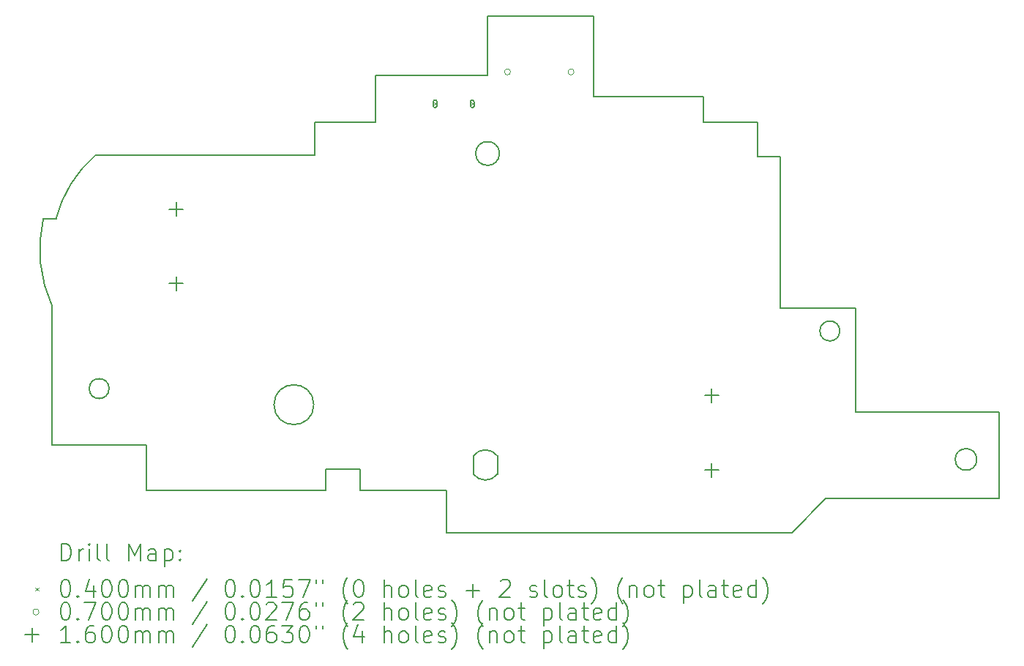
<source format=gbr>
%TF.GenerationSoftware,KiCad,Pcbnew,7.0.6*%
%TF.CreationDate,2023-09-07T00:04:11-07:00*%
%TF.ProjectId,procon_gcc_main_pcb,70726f63-6f6e-45f6-9763-635f6d61696e,1*%
%TF.SameCoordinates,Original*%
%TF.FileFunction,Drillmap*%
%TF.FilePolarity,Positive*%
%FSLAX45Y45*%
G04 Gerber Fmt 4.5, Leading zero omitted, Abs format (unit mm)*
G04 Created by KiCad (PCBNEW 7.0.6) date 2023-09-07 00:04:11*
%MOMM*%
%LPD*%
G01*
G04 APERTURE LIST*
%ADD10C,0.200000*%
%ADD11C,0.040000*%
%ADD12C,0.070000*%
%ADD13C,0.160000*%
G04 APERTURE END LIST*
D10*
X16360622Y-10811436D02*
X16630622Y-10811436D01*
X17155623Y-14761436D02*
X16765622Y-15161436D01*
X12765623Y-15161436D02*
X12765623Y-14671436D01*
X13378123Y-10771436D02*
G75*
G03*
X13378123Y-10771436I-137500J0D01*
G01*
X19155623Y-13761436D02*
X19155623Y-14761436D01*
X13355623Y-14270000D02*
G75*
G03*
X13075623Y-14270000I-140000J-105000D01*
G01*
X16630622Y-12561436D02*
X17500623Y-12561436D01*
X16360622Y-10411436D02*
X16360622Y-10811436D01*
X13240623Y-9871436D02*
X13240623Y-9186436D01*
X11765623Y-14421436D02*
X11365623Y-14421436D01*
X9295623Y-14141436D02*
X8205623Y-14141436D01*
X17500623Y-12561436D02*
X17500623Y-13761436D01*
X12765623Y-14671436D02*
X11765623Y-14671436D01*
X8705623Y-10791436D02*
X11240623Y-10791436D01*
X18900000Y-14311000D02*
G75*
G03*
X18900000Y-14311000I-125000J0D01*
G01*
X14470622Y-9186436D02*
X14470622Y-10111436D01*
X9295623Y-14671436D02*
X9295623Y-14141436D01*
X11940623Y-9871436D02*
X13240623Y-9871436D01*
X15740622Y-10111436D02*
X15740622Y-10411436D01*
X11365623Y-14671436D02*
X9295623Y-14671436D01*
X16765622Y-15161436D02*
X12765623Y-15161436D01*
X8101675Y-11525814D02*
X8249271Y-11525814D01*
X8205623Y-14141436D02*
X8205623Y-12541436D01*
X15740622Y-10411436D02*
X16360622Y-10411436D01*
X8862500Y-13491436D02*
G75*
G03*
X8862500Y-13491436I-115000J0D01*
G01*
X11240623Y-10411436D02*
X11940623Y-10411436D01*
X11765623Y-14671436D02*
X11765623Y-14421436D01*
X11230000Y-13677500D02*
G75*
G03*
X11230000Y-13677500I-230000J0D01*
G01*
X11240623Y-10791436D02*
X11240623Y-10411436D01*
X13240623Y-9186436D02*
X14470622Y-9186436D01*
X11365623Y-14421436D02*
X11365623Y-14671436D01*
X17500623Y-13761436D02*
X19155623Y-13761436D01*
X19155623Y-14761436D02*
X17155623Y-14761436D01*
X11940623Y-10411436D02*
X11940623Y-9871436D01*
X8101678Y-11525815D02*
G75*
G03*
X8205623Y-12541436I1538942J-355625D01*
G01*
X8705623Y-10791436D02*
G75*
G03*
X8249271Y-11525814I935000J-1089999D01*
G01*
X17315000Y-12825000D02*
G75*
G03*
X17315000Y-12825000I-115000J0D01*
G01*
X16630622Y-10811436D02*
X16630622Y-12561436D01*
X13075623Y-14480000D02*
G75*
G03*
X13355623Y-14480000I140000J105000D01*
G01*
X14470622Y-10111436D02*
X15740622Y-10111436D01*
X13075623Y-14480000D02*
X13075623Y-14270000D01*
X13355623Y-14270000D02*
X13355623Y-14480000D01*
D11*
X12613352Y-10176500D02*
X12653352Y-10216500D01*
X12653352Y-10176500D02*
X12613352Y-10216500D01*
D10*
X12653352Y-10221500D02*
X12653352Y-10171500D01*
X12653352Y-10171500D02*
G75*
G03*
X12613352Y-10171500I-20000J0D01*
G01*
X12613352Y-10171500D02*
X12613352Y-10221500D01*
X12613352Y-10221500D02*
G75*
G03*
X12653352Y-10221500I20000J0D01*
G01*
D11*
X13043352Y-10176500D02*
X13083352Y-10216500D01*
X13083352Y-10176500D02*
X13043352Y-10216500D01*
D10*
X13083352Y-10221500D02*
X13083352Y-10171500D01*
X13083352Y-10171500D02*
G75*
G03*
X13043352Y-10171500I-20000J0D01*
G01*
X13043352Y-10171500D02*
X13043352Y-10221500D01*
X13043352Y-10221500D02*
G75*
G03*
X13083352Y-10221500I20000J0D01*
G01*
D12*
X13506000Y-9827500D02*
G75*
G03*
X13506000Y-9827500I-35000J0D01*
G01*
X14241000Y-9827500D02*
G75*
G03*
X14241000Y-9827500I-35000J0D01*
G01*
D13*
X9637700Y-11333260D02*
X9637700Y-11493260D01*
X9557700Y-11413260D02*
X9717700Y-11413260D01*
X9637700Y-12193260D02*
X9637700Y-12353260D01*
X9557700Y-12273260D02*
X9717700Y-12273260D01*
X15832020Y-13492200D02*
X15832020Y-13652200D01*
X15752020Y-13572200D02*
X15912020Y-13572200D01*
X15832020Y-14352200D02*
X15832020Y-14512200D01*
X15752020Y-14432200D02*
X15912020Y-14432200D01*
D10*
X8311899Y-15482919D02*
X8311899Y-15282919D01*
X8311899Y-15282919D02*
X8359518Y-15282919D01*
X8359518Y-15282919D02*
X8388090Y-15292443D01*
X8388090Y-15292443D02*
X8407138Y-15311491D01*
X8407138Y-15311491D02*
X8416661Y-15330538D01*
X8416661Y-15330538D02*
X8426185Y-15368634D01*
X8426185Y-15368634D02*
X8426185Y-15397205D01*
X8426185Y-15397205D02*
X8416661Y-15435300D01*
X8416661Y-15435300D02*
X8407138Y-15454348D01*
X8407138Y-15454348D02*
X8388090Y-15473396D01*
X8388090Y-15473396D02*
X8359518Y-15482919D01*
X8359518Y-15482919D02*
X8311899Y-15482919D01*
X8511899Y-15482919D02*
X8511899Y-15349586D01*
X8511899Y-15387681D02*
X8521423Y-15368634D01*
X8521423Y-15368634D02*
X8530947Y-15359110D01*
X8530947Y-15359110D02*
X8549995Y-15349586D01*
X8549995Y-15349586D02*
X8569042Y-15349586D01*
X8635709Y-15482919D02*
X8635709Y-15349586D01*
X8635709Y-15282919D02*
X8626185Y-15292443D01*
X8626185Y-15292443D02*
X8635709Y-15301967D01*
X8635709Y-15301967D02*
X8645233Y-15292443D01*
X8645233Y-15292443D02*
X8635709Y-15282919D01*
X8635709Y-15282919D02*
X8635709Y-15301967D01*
X8759518Y-15482919D02*
X8740471Y-15473396D01*
X8740471Y-15473396D02*
X8730947Y-15454348D01*
X8730947Y-15454348D02*
X8730947Y-15282919D01*
X8864280Y-15482919D02*
X8845233Y-15473396D01*
X8845233Y-15473396D02*
X8835709Y-15454348D01*
X8835709Y-15454348D02*
X8835709Y-15282919D01*
X9092852Y-15482919D02*
X9092852Y-15282919D01*
X9092852Y-15282919D02*
X9159519Y-15425777D01*
X9159519Y-15425777D02*
X9226185Y-15282919D01*
X9226185Y-15282919D02*
X9226185Y-15482919D01*
X9407138Y-15482919D02*
X9407138Y-15378158D01*
X9407138Y-15378158D02*
X9397614Y-15359110D01*
X9397614Y-15359110D02*
X9378566Y-15349586D01*
X9378566Y-15349586D02*
X9340471Y-15349586D01*
X9340471Y-15349586D02*
X9321423Y-15359110D01*
X9407138Y-15473396D02*
X9388090Y-15482919D01*
X9388090Y-15482919D02*
X9340471Y-15482919D01*
X9340471Y-15482919D02*
X9321423Y-15473396D01*
X9321423Y-15473396D02*
X9311899Y-15454348D01*
X9311899Y-15454348D02*
X9311899Y-15435300D01*
X9311899Y-15435300D02*
X9321423Y-15416253D01*
X9321423Y-15416253D02*
X9340471Y-15406729D01*
X9340471Y-15406729D02*
X9388090Y-15406729D01*
X9388090Y-15406729D02*
X9407138Y-15397205D01*
X9502376Y-15349586D02*
X9502376Y-15549586D01*
X9502376Y-15359110D02*
X9521423Y-15349586D01*
X9521423Y-15349586D02*
X9559519Y-15349586D01*
X9559519Y-15349586D02*
X9578566Y-15359110D01*
X9578566Y-15359110D02*
X9588090Y-15368634D01*
X9588090Y-15368634D02*
X9597614Y-15387681D01*
X9597614Y-15387681D02*
X9597614Y-15444824D01*
X9597614Y-15444824D02*
X9588090Y-15463872D01*
X9588090Y-15463872D02*
X9578566Y-15473396D01*
X9578566Y-15473396D02*
X9559519Y-15482919D01*
X9559519Y-15482919D02*
X9521423Y-15482919D01*
X9521423Y-15482919D02*
X9502376Y-15473396D01*
X9683328Y-15463872D02*
X9692852Y-15473396D01*
X9692852Y-15473396D02*
X9683328Y-15482919D01*
X9683328Y-15482919D02*
X9673804Y-15473396D01*
X9673804Y-15473396D02*
X9683328Y-15463872D01*
X9683328Y-15463872D02*
X9683328Y-15482919D01*
X9683328Y-15359110D02*
X9692852Y-15368634D01*
X9692852Y-15368634D02*
X9683328Y-15378158D01*
X9683328Y-15378158D02*
X9673804Y-15368634D01*
X9673804Y-15368634D02*
X9683328Y-15359110D01*
X9683328Y-15359110D02*
X9683328Y-15378158D01*
D11*
X8011123Y-15791436D02*
X8051123Y-15831436D01*
X8051123Y-15791436D02*
X8011123Y-15831436D01*
D10*
X8349995Y-15702919D02*
X8369042Y-15702919D01*
X8369042Y-15702919D02*
X8388090Y-15712443D01*
X8388090Y-15712443D02*
X8397614Y-15721967D01*
X8397614Y-15721967D02*
X8407138Y-15741015D01*
X8407138Y-15741015D02*
X8416661Y-15779110D01*
X8416661Y-15779110D02*
X8416661Y-15826729D01*
X8416661Y-15826729D02*
X8407138Y-15864824D01*
X8407138Y-15864824D02*
X8397614Y-15883872D01*
X8397614Y-15883872D02*
X8388090Y-15893396D01*
X8388090Y-15893396D02*
X8369042Y-15902919D01*
X8369042Y-15902919D02*
X8349995Y-15902919D01*
X8349995Y-15902919D02*
X8330947Y-15893396D01*
X8330947Y-15893396D02*
X8321423Y-15883872D01*
X8321423Y-15883872D02*
X8311899Y-15864824D01*
X8311899Y-15864824D02*
X8302376Y-15826729D01*
X8302376Y-15826729D02*
X8302376Y-15779110D01*
X8302376Y-15779110D02*
X8311899Y-15741015D01*
X8311899Y-15741015D02*
X8321423Y-15721967D01*
X8321423Y-15721967D02*
X8330947Y-15712443D01*
X8330947Y-15712443D02*
X8349995Y-15702919D01*
X8502376Y-15883872D02*
X8511899Y-15893396D01*
X8511899Y-15893396D02*
X8502376Y-15902919D01*
X8502376Y-15902919D02*
X8492852Y-15893396D01*
X8492852Y-15893396D02*
X8502376Y-15883872D01*
X8502376Y-15883872D02*
X8502376Y-15902919D01*
X8683328Y-15769586D02*
X8683328Y-15902919D01*
X8635709Y-15693396D02*
X8588090Y-15836253D01*
X8588090Y-15836253D02*
X8711899Y-15836253D01*
X8826185Y-15702919D02*
X8845233Y-15702919D01*
X8845233Y-15702919D02*
X8864280Y-15712443D01*
X8864280Y-15712443D02*
X8873804Y-15721967D01*
X8873804Y-15721967D02*
X8883328Y-15741015D01*
X8883328Y-15741015D02*
X8892852Y-15779110D01*
X8892852Y-15779110D02*
X8892852Y-15826729D01*
X8892852Y-15826729D02*
X8883328Y-15864824D01*
X8883328Y-15864824D02*
X8873804Y-15883872D01*
X8873804Y-15883872D02*
X8864280Y-15893396D01*
X8864280Y-15893396D02*
X8845233Y-15902919D01*
X8845233Y-15902919D02*
X8826185Y-15902919D01*
X8826185Y-15902919D02*
X8807138Y-15893396D01*
X8807138Y-15893396D02*
X8797614Y-15883872D01*
X8797614Y-15883872D02*
X8788090Y-15864824D01*
X8788090Y-15864824D02*
X8778566Y-15826729D01*
X8778566Y-15826729D02*
X8778566Y-15779110D01*
X8778566Y-15779110D02*
X8788090Y-15741015D01*
X8788090Y-15741015D02*
X8797614Y-15721967D01*
X8797614Y-15721967D02*
X8807138Y-15712443D01*
X8807138Y-15712443D02*
X8826185Y-15702919D01*
X9016661Y-15702919D02*
X9035709Y-15702919D01*
X9035709Y-15702919D02*
X9054757Y-15712443D01*
X9054757Y-15712443D02*
X9064280Y-15721967D01*
X9064280Y-15721967D02*
X9073804Y-15741015D01*
X9073804Y-15741015D02*
X9083328Y-15779110D01*
X9083328Y-15779110D02*
X9083328Y-15826729D01*
X9083328Y-15826729D02*
X9073804Y-15864824D01*
X9073804Y-15864824D02*
X9064280Y-15883872D01*
X9064280Y-15883872D02*
X9054757Y-15893396D01*
X9054757Y-15893396D02*
X9035709Y-15902919D01*
X9035709Y-15902919D02*
X9016661Y-15902919D01*
X9016661Y-15902919D02*
X8997614Y-15893396D01*
X8997614Y-15893396D02*
X8988090Y-15883872D01*
X8988090Y-15883872D02*
X8978566Y-15864824D01*
X8978566Y-15864824D02*
X8969042Y-15826729D01*
X8969042Y-15826729D02*
X8969042Y-15779110D01*
X8969042Y-15779110D02*
X8978566Y-15741015D01*
X8978566Y-15741015D02*
X8988090Y-15721967D01*
X8988090Y-15721967D02*
X8997614Y-15712443D01*
X8997614Y-15712443D02*
X9016661Y-15702919D01*
X9169042Y-15902919D02*
X9169042Y-15769586D01*
X9169042Y-15788634D02*
X9178566Y-15779110D01*
X9178566Y-15779110D02*
X9197614Y-15769586D01*
X9197614Y-15769586D02*
X9226185Y-15769586D01*
X9226185Y-15769586D02*
X9245233Y-15779110D01*
X9245233Y-15779110D02*
X9254757Y-15798158D01*
X9254757Y-15798158D02*
X9254757Y-15902919D01*
X9254757Y-15798158D02*
X9264280Y-15779110D01*
X9264280Y-15779110D02*
X9283328Y-15769586D01*
X9283328Y-15769586D02*
X9311899Y-15769586D01*
X9311899Y-15769586D02*
X9330947Y-15779110D01*
X9330947Y-15779110D02*
X9340471Y-15798158D01*
X9340471Y-15798158D02*
X9340471Y-15902919D01*
X9435709Y-15902919D02*
X9435709Y-15769586D01*
X9435709Y-15788634D02*
X9445233Y-15779110D01*
X9445233Y-15779110D02*
X9464280Y-15769586D01*
X9464280Y-15769586D02*
X9492852Y-15769586D01*
X9492852Y-15769586D02*
X9511900Y-15779110D01*
X9511900Y-15779110D02*
X9521423Y-15798158D01*
X9521423Y-15798158D02*
X9521423Y-15902919D01*
X9521423Y-15798158D02*
X9530947Y-15779110D01*
X9530947Y-15779110D02*
X9549995Y-15769586D01*
X9549995Y-15769586D02*
X9578566Y-15769586D01*
X9578566Y-15769586D02*
X9597614Y-15779110D01*
X9597614Y-15779110D02*
X9607138Y-15798158D01*
X9607138Y-15798158D02*
X9607138Y-15902919D01*
X9997614Y-15693396D02*
X9826185Y-15950538D01*
X10254757Y-15702919D02*
X10273804Y-15702919D01*
X10273804Y-15702919D02*
X10292852Y-15712443D01*
X10292852Y-15712443D02*
X10302376Y-15721967D01*
X10302376Y-15721967D02*
X10311900Y-15741015D01*
X10311900Y-15741015D02*
X10321423Y-15779110D01*
X10321423Y-15779110D02*
X10321423Y-15826729D01*
X10321423Y-15826729D02*
X10311900Y-15864824D01*
X10311900Y-15864824D02*
X10302376Y-15883872D01*
X10302376Y-15883872D02*
X10292852Y-15893396D01*
X10292852Y-15893396D02*
X10273804Y-15902919D01*
X10273804Y-15902919D02*
X10254757Y-15902919D01*
X10254757Y-15902919D02*
X10235709Y-15893396D01*
X10235709Y-15893396D02*
X10226185Y-15883872D01*
X10226185Y-15883872D02*
X10216662Y-15864824D01*
X10216662Y-15864824D02*
X10207138Y-15826729D01*
X10207138Y-15826729D02*
X10207138Y-15779110D01*
X10207138Y-15779110D02*
X10216662Y-15741015D01*
X10216662Y-15741015D02*
X10226185Y-15721967D01*
X10226185Y-15721967D02*
X10235709Y-15712443D01*
X10235709Y-15712443D02*
X10254757Y-15702919D01*
X10407138Y-15883872D02*
X10416662Y-15893396D01*
X10416662Y-15893396D02*
X10407138Y-15902919D01*
X10407138Y-15902919D02*
X10397614Y-15893396D01*
X10397614Y-15893396D02*
X10407138Y-15883872D01*
X10407138Y-15883872D02*
X10407138Y-15902919D01*
X10540471Y-15702919D02*
X10559519Y-15702919D01*
X10559519Y-15702919D02*
X10578566Y-15712443D01*
X10578566Y-15712443D02*
X10588090Y-15721967D01*
X10588090Y-15721967D02*
X10597614Y-15741015D01*
X10597614Y-15741015D02*
X10607138Y-15779110D01*
X10607138Y-15779110D02*
X10607138Y-15826729D01*
X10607138Y-15826729D02*
X10597614Y-15864824D01*
X10597614Y-15864824D02*
X10588090Y-15883872D01*
X10588090Y-15883872D02*
X10578566Y-15893396D01*
X10578566Y-15893396D02*
X10559519Y-15902919D01*
X10559519Y-15902919D02*
X10540471Y-15902919D01*
X10540471Y-15902919D02*
X10521423Y-15893396D01*
X10521423Y-15893396D02*
X10511900Y-15883872D01*
X10511900Y-15883872D02*
X10502376Y-15864824D01*
X10502376Y-15864824D02*
X10492852Y-15826729D01*
X10492852Y-15826729D02*
X10492852Y-15779110D01*
X10492852Y-15779110D02*
X10502376Y-15741015D01*
X10502376Y-15741015D02*
X10511900Y-15721967D01*
X10511900Y-15721967D02*
X10521423Y-15712443D01*
X10521423Y-15712443D02*
X10540471Y-15702919D01*
X10797614Y-15902919D02*
X10683328Y-15902919D01*
X10740471Y-15902919D02*
X10740471Y-15702919D01*
X10740471Y-15702919D02*
X10721423Y-15731491D01*
X10721423Y-15731491D02*
X10702376Y-15750538D01*
X10702376Y-15750538D02*
X10683328Y-15760062D01*
X10978566Y-15702919D02*
X10883328Y-15702919D01*
X10883328Y-15702919D02*
X10873804Y-15798158D01*
X10873804Y-15798158D02*
X10883328Y-15788634D01*
X10883328Y-15788634D02*
X10902376Y-15779110D01*
X10902376Y-15779110D02*
X10949995Y-15779110D01*
X10949995Y-15779110D02*
X10969043Y-15788634D01*
X10969043Y-15788634D02*
X10978566Y-15798158D01*
X10978566Y-15798158D02*
X10988090Y-15817205D01*
X10988090Y-15817205D02*
X10988090Y-15864824D01*
X10988090Y-15864824D02*
X10978566Y-15883872D01*
X10978566Y-15883872D02*
X10969043Y-15893396D01*
X10969043Y-15893396D02*
X10949995Y-15902919D01*
X10949995Y-15902919D02*
X10902376Y-15902919D01*
X10902376Y-15902919D02*
X10883328Y-15893396D01*
X10883328Y-15893396D02*
X10873804Y-15883872D01*
X11054757Y-15702919D02*
X11188090Y-15702919D01*
X11188090Y-15702919D02*
X11102376Y-15902919D01*
X11254757Y-15702919D02*
X11254757Y-15741015D01*
X11330947Y-15702919D02*
X11330947Y-15741015D01*
X11626185Y-15979110D02*
X11616662Y-15969586D01*
X11616662Y-15969586D02*
X11597614Y-15941015D01*
X11597614Y-15941015D02*
X11588090Y-15921967D01*
X11588090Y-15921967D02*
X11578566Y-15893396D01*
X11578566Y-15893396D02*
X11569043Y-15845777D01*
X11569043Y-15845777D02*
X11569043Y-15807681D01*
X11569043Y-15807681D02*
X11578566Y-15760062D01*
X11578566Y-15760062D02*
X11588090Y-15731491D01*
X11588090Y-15731491D02*
X11597614Y-15712443D01*
X11597614Y-15712443D02*
X11616662Y-15683872D01*
X11616662Y-15683872D02*
X11626185Y-15674348D01*
X11740471Y-15702919D02*
X11759519Y-15702919D01*
X11759519Y-15702919D02*
X11778566Y-15712443D01*
X11778566Y-15712443D02*
X11788090Y-15721967D01*
X11788090Y-15721967D02*
X11797614Y-15741015D01*
X11797614Y-15741015D02*
X11807138Y-15779110D01*
X11807138Y-15779110D02*
X11807138Y-15826729D01*
X11807138Y-15826729D02*
X11797614Y-15864824D01*
X11797614Y-15864824D02*
X11788090Y-15883872D01*
X11788090Y-15883872D02*
X11778566Y-15893396D01*
X11778566Y-15893396D02*
X11759519Y-15902919D01*
X11759519Y-15902919D02*
X11740471Y-15902919D01*
X11740471Y-15902919D02*
X11721423Y-15893396D01*
X11721423Y-15893396D02*
X11711900Y-15883872D01*
X11711900Y-15883872D02*
X11702376Y-15864824D01*
X11702376Y-15864824D02*
X11692852Y-15826729D01*
X11692852Y-15826729D02*
X11692852Y-15779110D01*
X11692852Y-15779110D02*
X11702376Y-15741015D01*
X11702376Y-15741015D02*
X11711900Y-15721967D01*
X11711900Y-15721967D02*
X11721423Y-15712443D01*
X11721423Y-15712443D02*
X11740471Y-15702919D01*
X12045233Y-15902919D02*
X12045233Y-15702919D01*
X12130947Y-15902919D02*
X12130947Y-15798158D01*
X12130947Y-15798158D02*
X12121424Y-15779110D01*
X12121424Y-15779110D02*
X12102376Y-15769586D01*
X12102376Y-15769586D02*
X12073804Y-15769586D01*
X12073804Y-15769586D02*
X12054757Y-15779110D01*
X12054757Y-15779110D02*
X12045233Y-15788634D01*
X12254757Y-15902919D02*
X12235709Y-15893396D01*
X12235709Y-15893396D02*
X12226185Y-15883872D01*
X12226185Y-15883872D02*
X12216662Y-15864824D01*
X12216662Y-15864824D02*
X12216662Y-15807681D01*
X12216662Y-15807681D02*
X12226185Y-15788634D01*
X12226185Y-15788634D02*
X12235709Y-15779110D01*
X12235709Y-15779110D02*
X12254757Y-15769586D01*
X12254757Y-15769586D02*
X12283328Y-15769586D01*
X12283328Y-15769586D02*
X12302376Y-15779110D01*
X12302376Y-15779110D02*
X12311900Y-15788634D01*
X12311900Y-15788634D02*
X12321424Y-15807681D01*
X12321424Y-15807681D02*
X12321424Y-15864824D01*
X12321424Y-15864824D02*
X12311900Y-15883872D01*
X12311900Y-15883872D02*
X12302376Y-15893396D01*
X12302376Y-15893396D02*
X12283328Y-15902919D01*
X12283328Y-15902919D02*
X12254757Y-15902919D01*
X12435709Y-15902919D02*
X12416662Y-15893396D01*
X12416662Y-15893396D02*
X12407138Y-15874348D01*
X12407138Y-15874348D02*
X12407138Y-15702919D01*
X12588090Y-15893396D02*
X12569043Y-15902919D01*
X12569043Y-15902919D02*
X12530947Y-15902919D01*
X12530947Y-15902919D02*
X12511900Y-15893396D01*
X12511900Y-15893396D02*
X12502376Y-15874348D01*
X12502376Y-15874348D02*
X12502376Y-15798158D01*
X12502376Y-15798158D02*
X12511900Y-15779110D01*
X12511900Y-15779110D02*
X12530947Y-15769586D01*
X12530947Y-15769586D02*
X12569043Y-15769586D01*
X12569043Y-15769586D02*
X12588090Y-15779110D01*
X12588090Y-15779110D02*
X12597614Y-15798158D01*
X12597614Y-15798158D02*
X12597614Y-15817205D01*
X12597614Y-15817205D02*
X12502376Y-15836253D01*
X12673805Y-15893396D02*
X12692852Y-15902919D01*
X12692852Y-15902919D02*
X12730947Y-15902919D01*
X12730947Y-15902919D02*
X12749995Y-15893396D01*
X12749995Y-15893396D02*
X12759519Y-15874348D01*
X12759519Y-15874348D02*
X12759519Y-15864824D01*
X12759519Y-15864824D02*
X12749995Y-15845777D01*
X12749995Y-15845777D02*
X12730947Y-15836253D01*
X12730947Y-15836253D02*
X12702376Y-15836253D01*
X12702376Y-15836253D02*
X12683328Y-15826729D01*
X12683328Y-15826729D02*
X12673805Y-15807681D01*
X12673805Y-15807681D02*
X12673805Y-15798158D01*
X12673805Y-15798158D02*
X12683328Y-15779110D01*
X12683328Y-15779110D02*
X12702376Y-15769586D01*
X12702376Y-15769586D02*
X12730947Y-15769586D01*
X12730947Y-15769586D02*
X12749995Y-15779110D01*
X12997614Y-15826729D02*
X13149995Y-15826729D01*
X13073805Y-15902919D02*
X13073805Y-15750538D01*
X13388090Y-15721967D02*
X13397614Y-15712443D01*
X13397614Y-15712443D02*
X13416662Y-15702919D01*
X13416662Y-15702919D02*
X13464281Y-15702919D01*
X13464281Y-15702919D02*
X13483328Y-15712443D01*
X13483328Y-15712443D02*
X13492852Y-15721967D01*
X13492852Y-15721967D02*
X13502376Y-15741015D01*
X13502376Y-15741015D02*
X13502376Y-15760062D01*
X13502376Y-15760062D02*
X13492852Y-15788634D01*
X13492852Y-15788634D02*
X13378567Y-15902919D01*
X13378567Y-15902919D02*
X13502376Y-15902919D01*
X13730948Y-15893396D02*
X13749995Y-15902919D01*
X13749995Y-15902919D02*
X13788090Y-15902919D01*
X13788090Y-15902919D02*
X13807138Y-15893396D01*
X13807138Y-15893396D02*
X13816662Y-15874348D01*
X13816662Y-15874348D02*
X13816662Y-15864824D01*
X13816662Y-15864824D02*
X13807138Y-15845777D01*
X13807138Y-15845777D02*
X13788090Y-15836253D01*
X13788090Y-15836253D02*
X13759519Y-15836253D01*
X13759519Y-15836253D02*
X13740471Y-15826729D01*
X13740471Y-15826729D02*
X13730948Y-15807681D01*
X13730948Y-15807681D02*
X13730948Y-15798158D01*
X13730948Y-15798158D02*
X13740471Y-15779110D01*
X13740471Y-15779110D02*
X13759519Y-15769586D01*
X13759519Y-15769586D02*
X13788090Y-15769586D01*
X13788090Y-15769586D02*
X13807138Y-15779110D01*
X13930948Y-15902919D02*
X13911900Y-15893396D01*
X13911900Y-15893396D02*
X13902376Y-15874348D01*
X13902376Y-15874348D02*
X13902376Y-15702919D01*
X14035709Y-15902919D02*
X14016662Y-15893396D01*
X14016662Y-15893396D02*
X14007138Y-15883872D01*
X14007138Y-15883872D02*
X13997614Y-15864824D01*
X13997614Y-15864824D02*
X13997614Y-15807681D01*
X13997614Y-15807681D02*
X14007138Y-15788634D01*
X14007138Y-15788634D02*
X14016662Y-15779110D01*
X14016662Y-15779110D02*
X14035709Y-15769586D01*
X14035709Y-15769586D02*
X14064281Y-15769586D01*
X14064281Y-15769586D02*
X14083329Y-15779110D01*
X14083329Y-15779110D02*
X14092852Y-15788634D01*
X14092852Y-15788634D02*
X14102376Y-15807681D01*
X14102376Y-15807681D02*
X14102376Y-15864824D01*
X14102376Y-15864824D02*
X14092852Y-15883872D01*
X14092852Y-15883872D02*
X14083329Y-15893396D01*
X14083329Y-15893396D02*
X14064281Y-15902919D01*
X14064281Y-15902919D02*
X14035709Y-15902919D01*
X14159519Y-15769586D02*
X14235709Y-15769586D01*
X14188090Y-15702919D02*
X14188090Y-15874348D01*
X14188090Y-15874348D02*
X14197614Y-15893396D01*
X14197614Y-15893396D02*
X14216662Y-15902919D01*
X14216662Y-15902919D02*
X14235709Y-15902919D01*
X14292852Y-15893396D02*
X14311900Y-15902919D01*
X14311900Y-15902919D02*
X14349995Y-15902919D01*
X14349995Y-15902919D02*
X14369043Y-15893396D01*
X14369043Y-15893396D02*
X14378567Y-15874348D01*
X14378567Y-15874348D02*
X14378567Y-15864824D01*
X14378567Y-15864824D02*
X14369043Y-15845777D01*
X14369043Y-15845777D02*
X14349995Y-15836253D01*
X14349995Y-15836253D02*
X14321424Y-15836253D01*
X14321424Y-15836253D02*
X14302376Y-15826729D01*
X14302376Y-15826729D02*
X14292852Y-15807681D01*
X14292852Y-15807681D02*
X14292852Y-15798158D01*
X14292852Y-15798158D02*
X14302376Y-15779110D01*
X14302376Y-15779110D02*
X14321424Y-15769586D01*
X14321424Y-15769586D02*
X14349995Y-15769586D01*
X14349995Y-15769586D02*
X14369043Y-15779110D01*
X14445233Y-15979110D02*
X14454757Y-15969586D01*
X14454757Y-15969586D02*
X14473805Y-15941015D01*
X14473805Y-15941015D02*
X14483329Y-15921967D01*
X14483329Y-15921967D02*
X14492852Y-15893396D01*
X14492852Y-15893396D02*
X14502376Y-15845777D01*
X14502376Y-15845777D02*
X14502376Y-15807681D01*
X14502376Y-15807681D02*
X14492852Y-15760062D01*
X14492852Y-15760062D02*
X14483329Y-15731491D01*
X14483329Y-15731491D02*
X14473805Y-15712443D01*
X14473805Y-15712443D02*
X14454757Y-15683872D01*
X14454757Y-15683872D02*
X14445233Y-15674348D01*
X14807138Y-15979110D02*
X14797614Y-15969586D01*
X14797614Y-15969586D02*
X14778567Y-15941015D01*
X14778567Y-15941015D02*
X14769043Y-15921967D01*
X14769043Y-15921967D02*
X14759519Y-15893396D01*
X14759519Y-15893396D02*
X14749995Y-15845777D01*
X14749995Y-15845777D02*
X14749995Y-15807681D01*
X14749995Y-15807681D02*
X14759519Y-15760062D01*
X14759519Y-15760062D02*
X14769043Y-15731491D01*
X14769043Y-15731491D02*
X14778567Y-15712443D01*
X14778567Y-15712443D02*
X14797614Y-15683872D01*
X14797614Y-15683872D02*
X14807138Y-15674348D01*
X14883329Y-15769586D02*
X14883329Y-15902919D01*
X14883329Y-15788634D02*
X14892852Y-15779110D01*
X14892852Y-15779110D02*
X14911900Y-15769586D01*
X14911900Y-15769586D02*
X14940471Y-15769586D01*
X14940471Y-15769586D02*
X14959519Y-15779110D01*
X14959519Y-15779110D02*
X14969043Y-15798158D01*
X14969043Y-15798158D02*
X14969043Y-15902919D01*
X15092852Y-15902919D02*
X15073805Y-15893396D01*
X15073805Y-15893396D02*
X15064281Y-15883872D01*
X15064281Y-15883872D02*
X15054757Y-15864824D01*
X15054757Y-15864824D02*
X15054757Y-15807681D01*
X15054757Y-15807681D02*
X15064281Y-15788634D01*
X15064281Y-15788634D02*
X15073805Y-15779110D01*
X15073805Y-15779110D02*
X15092852Y-15769586D01*
X15092852Y-15769586D02*
X15121424Y-15769586D01*
X15121424Y-15769586D02*
X15140471Y-15779110D01*
X15140471Y-15779110D02*
X15149995Y-15788634D01*
X15149995Y-15788634D02*
X15159519Y-15807681D01*
X15159519Y-15807681D02*
X15159519Y-15864824D01*
X15159519Y-15864824D02*
X15149995Y-15883872D01*
X15149995Y-15883872D02*
X15140471Y-15893396D01*
X15140471Y-15893396D02*
X15121424Y-15902919D01*
X15121424Y-15902919D02*
X15092852Y-15902919D01*
X15216662Y-15769586D02*
X15292852Y-15769586D01*
X15245233Y-15702919D02*
X15245233Y-15874348D01*
X15245233Y-15874348D02*
X15254757Y-15893396D01*
X15254757Y-15893396D02*
X15273805Y-15902919D01*
X15273805Y-15902919D02*
X15292852Y-15902919D01*
X15511900Y-15769586D02*
X15511900Y-15969586D01*
X15511900Y-15779110D02*
X15530948Y-15769586D01*
X15530948Y-15769586D02*
X15569043Y-15769586D01*
X15569043Y-15769586D02*
X15588091Y-15779110D01*
X15588091Y-15779110D02*
X15597614Y-15788634D01*
X15597614Y-15788634D02*
X15607138Y-15807681D01*
X15607138Y-15807681D02*
X15607138Y-15864824D01*
X15607138Y-15864824D02*
X15597614Y-15883872D01*
X15597614Y-15883872D02*
X15588091Y-15893396D01*
X15588091Y-15893396D02*
X15569043Y-15902919D01*
X15569043Y-15902919D02*
X15530948Y-15902919D01*
X15530948Y-15902919D02*
X15511900Y-15893396D01*
X15721424Y-15902919D02*
X15702376Y-15893396D01*
X15702376Y-15893396D02*
X15692852Y-15874348D01*
X15692852Y-15874348D02*
X15692852Y-15702919D01*
X15883329Y-15902919D02*
X15883329Y-15798158D01*
X15883329Y-15798158D02*
X15873805Y-15779110D01*
X15873805Y-15779110D02*
X15854757Y-15769586D01*
X15854757Y-15769586D02*
X15816662Y-15769586D01*
X15816662Y-15769586D02*
X15797614Y-15779110D01*
X15883329Y-15893396D02*
X15864281Y-15902919D01*
X15864281Y-15902919D02*
X15816662Y-15902919D01*
X15816662Y-15902919D02*
X15797614Y-15893396D01*
X15797614Y-15893396D02*
X15788091Y-15874348D01*
X15788091Y-15874348D02*
X15788091Y-15855300D01*
X15788091Y-15855300D02*
X15797614Y-15836253D01*
X15797614Y-15836253D02*
X15816662Y-15826729D01*
X15816662Y-15826729D02*
X15864281Y-15826729D01*
X15864281Y-15826729D02*
X15883329Y-15817205D01*
X15949995Y-15769586D02*
X16026186Y-15769586D01*
X15978567Y-15702919D02*
X15978567Y-15874348D01*
X15978567Y-15874348D02*
X15988091Y-15893396D01*
X15988091Y-15893396D02*
X16007138Y-15902919D01*
X16007138Y-15902919D02*
X16026186Y-15902919D01*
X16169043Y-15893396D02*
X16149995Y-15902919D01*
X16149995Y-15902919D02*
X16111900Y-15902919D01*
X16111900Y-15902919D02*
X16092852Y-15893396D01*
X16092852Y-15893396D02*
X16083329Y-15874348D01*
X16083329Y-15874348D02*
X16083329Y-15798158D01*
X16083329Y-15798158D02*
X16092852Y-15779110D01*
X16092852Y-15779110D02*
X16111900Y-15769586D01*
X16111900Y-15769586D02*
X16149995Y-15769586D01*
X16149995Y-15769586D02*
X16169043Y-15779110D01*
X16169043Y-15779110D02*
X16178567Y-15798158D01*
X16178567Y-15798158D02*
X16178567Y-15817205D01*
X16178567Y-15817205D02*
X16083329Y-15836253D01*
X16349995Y-15902919D02*
X16349995Y-15702919D01*
X16349995Y-15893396D02*
X16330948Y-15902919D01*
X16330948Y-15902919D02*
X16292852Y-15902919D01*
X16292852Y-15902919D02*
X16273805Y-15893396D01*
X16273805Y-15893396D02*
X16264281Y-15883872D01*
X16264281Y-15883872D02*
X16254757Y-15864824D01*
X16254757Y-15864824D02*
X16254757Y-15807681D01*
X16254757Y-15807681D02*
X16264281Y-15788634D01*
X16264281Y-15788634D02*
X16273805Y-15779110D01*
X16273805Y-15779110D02*
X16292852Y-15769586D01*
X16292852Y-15769586D02*
X16330948Y-15769586D01*
X16330948Y-15769586D02*
X16349995Y-15779110D01*
X16426186Y-15979110D02*
X16435710Y-15969586D01*
X16435710Y-15969586D02*
X16454757Y-15941015D01*
X16454757Y-15941015D02*
X16464281Y-15921967D01*
X16464281Y-15921967D02*
X16473805Y-15893396D01*
X16473805Y-15893396D02*
X16483329Y-15845777D01*
X16483329Y-15845777D02*
X16483329Y-15807681D01*
X16483329Y-15807681D02*
X16473805Y-15760062D01*
X16473805Y-15760062D02*
X16464281Y-15731491D01*
X16464281Y-15731491D02*
X16454757Y-15712443D01*
X16454757Y-15712443D02*
X16435710Y-15683872D01*
X16435710Y-15683872D02*
X16426186Y-15674348D01*
D12*
X8051123Y-16075436D02*
G75*
G03*
X8051123Y-16075436I-35000J0D01*
G01*
D10*
X8349995Y-15966919D02*
X8369042Y-15966919D01*
X8369042Y-15966919D02*
X8388090Y-15976443D01*
X8388090Y-15976443D02*
X8397614Y-15985967D01*
X8397614Y-15985967D02*
X8407138Y-16005015D01*
X8407138Y-16005015D02*
X8416661Y-16043110D01*
X8416661Y-16043110D02*
X8416661Y-16090729D01*
X8416661Y-16090729D02*
X8407138Y-16128824D01*
X8407138Y-16128824D02*
X8397614Y-16147872D01*
X8397614Y-16147872D02*
X8388090Y-16157396D01*
X8388090Y-16157396D02*
X8369042Y-16166919D01*
X8369042Y-16166919D02*
X8349995Y-16166919D01*
X8349995Y-16166919D02*
X8330947Y-16157396D01*
X8330947Y-16157396D02*
X8321423Y-16147872D01*
X8321423Y-16147872D02*
X8311899Y-16128824D01*
X8311899Y-16128824D02*
X8302376Y-16090729D01*
X8302376Y-16090729D02*
X8302376Y-16043110D01*
X8302376Y-16043110D02*
X8311899Y-16005015D01*
X8311899Y-16005015D02*
X8321423Y-15985967D01*
X8321423Y-15985967D02*
X8330947Y-15976443D01*
X8330947Y-15976443D02*
X8349995Y-15966919D01*
X8502376Y-16147872D02*
X8511899Y-16157396D01*
X8511899Y-16157396D02*
X8502376Y-16166919D01*
X8502376Y-16166919D02*
X8492852Y-16157396D01*
X8492852Y-16157396D02*
X8502376Y-16147872D01*
X8502376Y-16147872D02*
X8502376Y-16166919D01*
X8578566Y-15966919D02*
X8711899Y-15966919D01*
X8711899Y-15966919D02*
X8626185Y-16166919D01*
X8826185Y-15966919D02*
X8845233Y-15966919D01*
X8845233Y-15966919D02*
X8864280Y-15976443D01*
X8864280Y-15976443D02*
X8873804Y-15985967D01*
X8873804Y-15985967D02*
X8883328Y-16005015D01*
X8883328Y-16005015D02*
X8892852Y-16043110D01*
X8892852Y-16043110D02*
X8892852Y-16090729D01*
X8892852Y-16090729D02*
X8883328Y-16128824D01*
X8883328Y-16128824D02*
X8873804Y-16147872D01*
X8873804Y-16147872D02*
X8864280Y-16157396D01*
X8864280Y-16157396D02*
X8845233Y-16166919D01*
X8845233Y-16166919D02*
X8826185Y-16166919D01*
X8826185Y-16166919D02*
X8807138Y-16157396D01*
X8807138Y-16157396D02*
X8797614Y-16147872D01*
X8797614Y-16147872D02*
X8788090Y-16128824D01*
X8788090Y-16128824D02*
X8778566Y-16090729D01*
X8778566Y-16090729D02*
X8778566Y-16043110D01*
X8778566Y-16043110D02*
X8788090Y-16005015D01*
X8788090Y-16005015D02*
X8797614Y-15985967D01*
X8797614Y-15985967D02*
X8807138Y-15976443D01*
X8807138Y-15976443D02*
X8826185Y-15966919D01*
X9016661Y-15966919D02*
X9035709Y-15966919D01*
X9035709Y-15966919D02*
X9054757Y-15976443D01*
X9054757Y-15976443D02*
X9064280Y-15985967D01*
X9064280Y-15985967D02*
X9073804Y-16005015D01*
X9073804Y-16005015D02*
X9083328Y-16043110D01*
X9083328Y-16043110D02*
X9083328Y-16090729D01*
X9083328Y-16090729D02*
X9073804Y-16128824D01*
X9073804Y-16128824D02*
X9064280Y-16147872D01*
X9064280Y-16147872D02*
X9054757Y-16157396D01*
X9054757Y-16157396D02*
X9035709Y-16166919D01*
X9035709Y-16166919D02*
X9016661Y-16166919D01*
X9016661Y-16166919D02*
X8997614Y-16157396D01*
X8997614Y-16157396D02*
X8988090Y-16147872D01*
X8988090Y-16147872D02*
X8978566Y-16128824D01*
X8978566Y-16128824D02*
X8969042Y-16090729D01*
X8969042Y-16090729D02*
X8969042Y-16043110D01*
X8969042Y-16043110D02*
X8978566Y-16005015D01*
X8978566Y-16005015D02*
X8988090Y-15985967D01*
X8988090Y-15985967D02*
X8997614Y-15976443D01*
X8997614Y-15976443D02*
X9016661Y-15966919D01*
X9169042Y-16166919D02*
X9169042Y-16033586D01*
X9169042Y-16052634D02*
X9178566Y-16043110D01*
X9178566Y-16043110D02*
X9197614Y-16033586D01*
X9197614Y-16033586D02*
X9226185Y-16033586D01*
X9226185Y-16033586D02*
X9245233Y-16043110D01*
X9245233Y-16043110D02*
X9254757Y-16062158D01*
X9254757Y-16062158D02*
X9254757Y-16166919D01*
X9254757Y-16062158D02*
X9264280Y-16043110D01*
X9264280Y-16043110D02*
X9283328Y-16033586D01*
X9283328Y-16033586D02*
X9311899Y-16033586D01*
X9311899Y-16033586D02*
X9330947Y-16043110D01*
X9330947Y-16043110D02*
X9340471Y-16062158D01*
X9340471Y-16062158D02*
X9340471Y-16166919D01*
X9435709Y-16166919D02*
X9435709Y-16033586D01*
X9435709Y-16052634D02*
X9445233Y-16043110D01*
X9445233Y-16043110D02*
X9464280Y-16033586D01*
X9464280Y-16033586D02*
X9492852Y-16033586D01*
X9492852Y-16033586D02*
X9511900Y-16043110D01*
X9511900Y-16043110D02*
X9521423Y-16062158D01*
X9521423Y-16062158D02*
X9521423Y-16166919D01*
X9521423Y-16062158D02*
X9530947Y-16043110D01*
X9530947Y-16043110D02*
X9549995Y-16033586D01*
X9549995Y-16033586D02*
X9578566Y-16033586D01*
X9578566Y-16033586D02*
X9597614Y-16043110D01*
X9597614Y-16043110D02*
X9607138Y-16062158D01*
X9607138Y-16062158D02*
X9607138Y-16166919D01*
X9997614Y-15957396D02*
X9826185Y-16214538D01*
X10254757Y-15966919D02*
X10273804Y-15966919D01*
X10273804Y-15966919D02*
X10292852Y-15976443D01*
X10292852Y-15976443D02*
X10302376Y-15985967D01*
X10302376Y-15985967D02*
X10311900Y-16005015D01*
X10311900Y-16005015D02*
X10321423Y-16043110D01*
X10321423Y-16043110D02*
X10321423Y-16090729D01*
X10321423Y-16090729D02*
X10311900Y-16128824D01*
X10311900Y-16128824D02*
X10302376Y-16147872D01*
X10302376Y-16147872D02*
X10292852Y-16157396D01*
X10292852Y-16157396D02*
X10273804Y-16166919D01*
X10273804Y-16166919D02*
X10254757Y-16166919D01*
X10254757Y-16166919D02*
X10235709Y-16157396D01*
X10235709Y-16157396D02*
X10226185Y-16147872D01*
X10226185Y-16147872D02*
X10216662Y-16128824D01*
X10216662Y-16128824D02*
X10207138Y-16090729D01*
X10207138Y-16090729D02*
X10207138Y-16043110D01*
X10207138Y-16043110D02*
X10216662Y-16005015D01*
X10216662Y-16005015D02*
X10226185Y-15985967D01*
X10226185Y-15985967D02*
X10235709Y-15976443D01*
X10235709Y-15976443D02*
X10254757Y-15966919D01*
X10407138Y-16147872D02*
X10416662Y-16157396D01*
X10416662Y-16157396D02*
X10407138Y-16166919D01*
X10407138Y-16166919D02*
X10397614Y-16157396D01*
X10397614Y-16157396D02*
X10407138Y-16147872D01*
X10407138Y-16147872D02*
X10407138Y-16166919D01*
X10540471Y-15966919D02*
X10559519Y-15966919D01*
X10559519Y-15966919D02*
X10578566Y-15976443D01*
X10578566Y-15976443D02*
X10588090Y-15985967D01*
X10588090Y-15985967D02*
X10597614Y-16005015D01*
X10597614Y-16005015D02*
X10607138Y-16043110D01*
X10607138Y-16043110D02*
X10607138Y-16090729D01*
X10607138Y-16090729D02*
X10597614Y-16128824D01*
X10597614Y-16128824D02*
X10588090Y-16147872D01*
X10588090Y-16147872D02*
X10578566Y-16157396D01*
X10578566Y-16157396D02*
X10559519Y-16166919D01*
X10559519Y-16166919D02*
X10540471Y-16166919D01*
X10540471Y-16166919D02*
X10521423Y-16157396D01*
X10521423Y-16157396D02*
X10511900Y-16147872D01*
X10511900Y-16147872D02*
X10502376Y-16128824D01*
X10502376Y-16128824D02*
X10492852Y-16090729D01*
X10492852Y-16090729D02*
X10492852Y-16043110D01*
X10492852Y-16043110D02*
X10502376Y-16005015D01*
X10502376Y-16005015D02*
X10511900Y-15985967D01*
X10511900Y-15985967D02*
X10521423Y-15976443D01*
X10521423Y-15976443D02*
X10540471Y-15966919D01*
X10683328Y-15985967D02*
X10692852Y-15976443D01*
X10692852Y-15976443D02*
X10711900Y-15966919D01*
X10711900Y-15966919D02*
X10759519Y-15966919D01*
X10759519Y-15966919D02*
X10778566Y-15976443D01*
X10778566Y-15976443D02*
X10788090Y-15985967D01*
X10788090Y-15985967D02*
X10797614Y-16005015D01*
X10797614Y-16005015D02*
X10797614Y-16024062D01*
X10797614Y-16024062D02*
X10788090Y-16052634D01*
X10788090Y-16052634D02*
X10673804Y-16166919D01*
X10673804Y-16166919D02*
X10797614Y-16166919D01*
X10864281Y-15966919D02*
X10997614Y-15966919D01*
X10997614Y-15966919D02*
X10911900Y-16166919D01*
X11159519Y-15966919D02*
X11121423Y-15966919D01*
X11121423Y-15966919D02*
X11102376Y-15976443D01*
X11102376Y-15976443D02*
X11092852Y-15985967D01*
X11092852Y-15985967D02*
X11073804Y-16014538D01*
X11073804Y-16014538D02*
X11064281Y-16052634D01*
X11064281Y-16052634D02*
X11064281Y-16128824D01*
X11064281Y-16128824D02*
X11073804Y-16147872D01*
X11073804Y-16147872D02*
X11083328Y-16157396D01*
X11083328Y-16157396D02*
X11102376Y-16166919D01*
X11102376Y-16166919D02*
X11140471Y-16166919D01*
X11140471Y-16166919D02*
X11159519Y-16157396D01*
X11159519Y-16157396D02*
X11169043Y-16147872D01*
X11169043Y-16147872D02*
X11178566Y-16128824D01*
X11178566Y-16128824D02*
X11178566Y-16081205D01*
X11178566Y-16081205D02*
X11169043Y-16062158D01*
X11169043Y-16062158D02*
X11159519Y-16052634D01*
X11159519Y-16052634D02*
X11140471Y-16043110D01*
X11140471Y-16043110D02*
X11102376Y-16043110D01*
X11102376Y-16043110D02*
X11083328Y-16052634D01*
X11083328Y-16052634D02*
X11073804Y-16062158D01*
X11073804Y-16062158D02*
X11064281Y-16081205D01*
X11254757Y-15966919D02*
X11254757Y-16005015D01*
X11330947Y-15966919D02*
X11330947Y-16005015D01*
X11626185Y-16243110D02*
X11616662Y-16233586D01*
X11616662Y-16233586D02*
X11597614Y-16205015D01*
X11597614Y-16205015D02*
X11588090Y-16185967D01*
X11588090Y-16185967D02*
X11578566Y-16157396D01*
X11578566Y-16157396D02*
X11569043Y-16109777D01*
X11569043Y-16109777D02*
X11569043Y-16071681D01*
X11569043Y-16071681D02*
X11578566Y-16024062D01*
X11578566Y-16024062D02*
X11588090Y-15995491D01*
X11588090Y-15995491D02*
X11597614Y-15976443D01*
X11597614Y-15976443D02*
X11616662Y-15947872D01*
X11616662Y-15947872D02*
X11626185Y-15938348D01*
X11692852Y-15985967D02*
X11702376Y-15976443D01*
X11702376Y-15976443D02*
X11721423Y-15966919D01*
X11721423Y-15966919D02*
X11769043Y-15966919D01*
X11769043Y-15966919D02*
X11788090Y-15976443D01*
X11788090Y-15976443D02*
X11797614Y-15985967D01*
X11797614Y-15985967D02*
X11807138Y-16005015D01*
X11807138Y-16005015D02*
X11807138Y-16024062D01*
X11807138Y-16024062D02*
X11797614Y-16052634D01*
X11797614Y-16052634D02*
X11683328Y-16166919D01*
X11683328Y-16166919D02*
X11807138Y-16166919D01*
X12045233Y-16166919D02*
X12045233Y-15966919D01*
X12130947Y-16166919D02*
X12130947Y-16062158D01*
X12130947Y-16062158D02*
X12121424Y-16043110D01*
X12121424Y-16043110D02*
X12102376Y-16033586D01*
X12102376Y-16033586D02*
X12073804Y-16033586D01*
X12073804Y-16033586D02*
X12054757Y-16043110D01*
X12054757Y-16043110D02*
X12045233Y-16052634D01*
X12254757Y-16166919D02*
X12235709Y-16157396D01*
X12235709Y-16157396D02*
X12226185Y-16147872D01*
X12226185Y-16147872D02*
X12216662Y-16128824D01*
X12216662Y-16128824D02*
X12216662Y-16071681D01*
X12216662Y-16071681D02*
X12226185Y-16052634D01*
X12226185Y-16052634D02*
X12235709Y-16043110D01*
X12235709Y-16043110D02*
X12254757Y-16033586D01*
X12254757Y-16033586D02*
X12283328Y-16033586D01*
X12283328Y-16033586D02*
X12302376Y-16043110D01*
X12302376Y-16043110D02*
X12311900Y-16052634D01*
X12311900Y-16052634D02*
X12321424Y-16071681D01*
X12321424Y-16071681D02*
X12321424Y-16128824D01*
X12321424Y-16128824D02*
X12311900Y-16147872D01*
X12311900Y-16147872D02*
X12302376Y-16157396D01*
X12302376Y-16157396D02*
X12283328Y-16166919D01*
X12283328Y-16166919D02*
X12254757Y-16166919D01*
X12435709Y-16166919D02*
X12416662Y-16157396D01*
X12416662Y-16157396D02*
X12407138Y-16138348D01*
X12407138Y-16138348D02*
X12407138Y-15966919D01*
X12588090Y-16157396D02*
X12569043Y-16166919D01*
X12569043Y-16166919D02*
X12530947Y-16166919D01*
X12530947Y-16166919D02*
X12511900Y-16157396D01*
X12511900Y-16157396D02*
X12502376Y-16138348D01*
X12502376Y-16138348D02*
X12502376Y-16062158D01*
X12502376Y-16062158D02*
X12511900Y-16043110D01*
X12511900Y-16043110D02*
X12530947Y-16033586D01*
X12530947Y-16033586D02*
X12569043Y-16033586D01*
X12569043Y-16033586D02*
X12588090Y-16043110D01*
X12588090Y-16043110D02*
X12597614Y-16062158D01*
X12597614Y-16062158D02*
X12597614Y-16081205D01*
X12597614Y-16081205D02*
X12502376Y-16100253D01*
X12673805Y-16157396D02*
X12692852Y-16166919D01*
X12692852Y-16166919D02*
X12730947Y-16166919D01*
X12730947Y-16166919D02*
X12749995Y-16157396D01*
X12749995Y-16157396D02*
X12759519Y-16138348D01*
X12759519Y-16138348D02*
X12759519Y-16128824D01*
X12759519Y-16128824D02*
X12749995Y-16109777D01*
X12749995Y-16109777D02*
X12730947Y-16100253D01*
X12730947Y-16100253D02*
X12702376Y-16100253D01*
X12702376Y-16100253D02*
X12683328Y-16090729D01*
X12683328Y-16090729D02*
X12673805Y-16071681D01*
X12673805Y-16071681D02*
X12673805Y-16062158D01*
X12673805Y-16062158D02*
X12683328Y-16043110D01*
X12683328Y-16043110D02*
X12702376Y-16033586D01*
X12702376Y-16033586D02*
X12730947Y-16033586D01*
X12730947Y-16033586D02*
X12749995Y-16043110D01*
X12826186Y-16243110D02*
X12835709Y-16233586D01*
X12835709Y-16233586D02*
X12854757Y-16205015D01*
X12854757Y-16205015D02*
X12864281Y-16185967D01*
X12864281Y-16185967D02*
X12873805Y-16157396D01*
X12873805Y-16157396D02*
X12883328Y-16109777D01*
X12883328Y-16109777D02*
X12883328Y-16071681D01*
X12883328Y-16071681D02*
X12873805Y-16024062D01*
X12873805Y-16024062D02*
X12864281Y-15995491D01*
X12864281Y-15995491D02*
X12854757Y-15976443D01*
X12854757Y-15976443D02*
X12835709Y-15947872D01*
X12835709Y-15947872D02*
X12826186Y-15938348D01*
X13188090Y-16243110D02*
X13178566Y-16233586D01*
X13178566Y-16233586D02*
X13159519Y-16205015D01*
X13159519Y-16205015D02*
X13149995Y-16185967D01*
X13149995Y-16185967D02*
X13140471Y-16157396D01*
X13140471Y-16157396D02*
X13130947Y-16109777D01*
X13130947Y-16109777D02*
X13130947Y-16071681D01*
X13130947Y-16071681D02*
X13140471Y-16024062D01*
X13140471Y-16024062D02*
X13149995Y-15995491D01*
X13149995Y-15995491D02*
X13159519Y-15976443D01*
X13159519Y-15976443D02*
X13178566Y-15947872D01*
X13178566Y-15947872D02*
X13188090Y-15938348D01*
X13264281Y-16033586D02*
X13264281Y-16166919D01*
X13264281Y-16052634D02*
X13273805Y-16043110D01*
X13273805Y-16043110D02*
X13292852Y-16033586D01*
X13292852Y-16033586D02*
X13321424Y-16033586D01*
X13321424Y-16033586D02*
X13340471Y-16043110D01*
X13340471Y-16043110D02*
X13349995Y-16062158D01*
X13349995Y-16062158D02*
X13349995Y-16166919D01*
X13473805Y-16166919D02*
X13454757Y-16157396D01*
X13454757Y-16157396D02*
X13445233Y-16147872D01*
X13445233Y-16147872D02*
X13435709Y-16128824D01*
X13435709Y-16128824D02*
X13435709Y-16071681D01*
X13435709Y-16071681D02*
X13445233Y-16052634D01*
X13445233Y-16052634D02*
X13454757Y-16043110D01*
X13454757Y-16043110D02*
X13473805Y-16033586D01*
X13473805Y-16033586D02*
X13502376Y-16033586D01*
X13502376Y-16033586D02*
X13521424Y-16043110D01*
X13521424Y-16043110D02*
X13530947Y-16052634D01*
X13530947Y-16052634D02*
X13540471Y-16071681D01*
X13540471Y-16071681D02*
X13540471Y-16128824D01*
X13540471Y-16128824D02*
X13530947Y-16147872D01*
X13530947Y-16147872D02*
X13521424Y-16157396D01*
X13521424Y-16157396D02*
X13502376Y-16166919D01*
X13502376Y-16166919D02*
X13473805Y-16166919D01*
X13597614Y-16033586D02*
X13673805Y-16033586D01*
X13626186Y-15966919D02*
X13626186Y-16138348D01*
X13626186Y-16138348D02*
X13635709Y-16157396D01*
X13635709Y-16157396D02*
X13654757Y-16166919D01*
X13654757Y-16166919D02*
X13673805Y-16166919D01*
X13892852Y-16033586D02*
X13892852Y-16233586D01*
X13892852Y-16043110D02*
X13911900Y-16033586D01*
X13911900Y-16033586D02*
X13949995Y-16033586D01*
X13949995Y-16033586D02*
X13969043Y-16043110D01*
X13969043Y-16043110D02*
X13978567Y-16052634D01*
X13978567Y-16052634D02*
X13988090Y-16071681D01*
X13988090Y-16071681D02*
X13988090Y-16128824D01*
X13988090Y-16128824D02*
X13978567Y-16147872D01*
X13978567Y-16147872D02*
X13969043Y-16157396D01*
X13969043Y-16157396D02*
X13949995Y-16166919D01*
X13949995Y-16166919D02*
X13911900Y-16166919D01*
X13911900Y-16166919D02*
X13892852Y-16157396D01*
X14102376Y-16166919D02*
X14083328Y-16157396D01*
X14083328Y-16157396D02*
X14073805Y-16138348D01*
X14073805Y-16138348D02*
X14073805Y-15966919D01*
X14264281Y-16166919D02*
X14264281Y-16062158D01*
X14264281Y-16062158D02*
X14254757Y-16043110D01*
X14254757Y-16043110D02*
X14235709Y-16033586D01*
X14235709Y-16033586D02*
X14197614Y-16033586D01*
X14197614Y-16033586D02*
X14178567Y-16043110D01*
X14264281Y-16157396D02*
X14245233Y-16166919D01*
X14245233Y-16166919D02*
X14197614Y-16166919D01*
X14197614Y-16166919D02*
X14178567Y-16157396D01*
X14178567Y-16157396D02*
X14169043Y-16138348D01*
X14169043Y-16138348D02*
X14169043Y-16119300D01*
X14169043Y-16119300D02*
X14178567Y-16100253D01*
X14178567Y-16100253D02*
X14197614Y-16090729D01*
X14197614Y-16090729D02*
X14245233Y-16090729D01*
X14245233Y-16090729D02*
X14264281Y-16081205D01*
X14330948Y-16033586D02*
X14407138Y-16033586D01*
X14359519Y-15966919D02*
X14359519Y-16138348D01*
X14359519Y-16138348D02*
X14369043Y-16157396D01*
X14369043Y-16157396D02*
X14388090Y-16166919D01*
X14388090Y-16166919D02*
X14407138Y-16166919D01*
X14549995Y-16157396D02*
X14530948Y-16166919D01*
X14530948Y-16166919D02*
X14492852Y-16166919D01*
X14492852Y-16166919D02*
X14473805Y-16157396D01*
X14473805Y-16157396D02*
X14464281Y-16138348D01*
X14464281Y-16138348D02*
X14464281Y-16062158D01*
X14464281Y-16062158D02*
X14473805Y-16043110D01*
X14473805Y-16043110D02*
X14492852Y-16033586D01*
X14492852Y-16033586D02*
X14530948Y-16033586D01*
X14530948Y-16033586D02*
X14549995Y-16043110D01*
X14549995Y-16043110D02*
X14559519Y-16062158D01*
X14559519Y-16062158D02*
X14559519Y-16081205D01*
X14559519Y-16081205D02*
X14464281Y-16100253D01*
X14730948Y-16166919D02*
X14730948Y-15966919D01*
X14730948Y-16157396D02*
X14711900Y-16166919D01*
X14711900Y-16166919D02*
X14673805Y-16166919D01*
X14673805Y-16166919D02*
X14654757Y-16157396D01*
X14654757Y-16157396D02*
X14645233Y-16147872D01*
X14645233Y-16147872D02*
X14635709Y-16128824D01*
X14635709Y-16128824D02*
X14635709Y-16071681D01*
X14635709Y-16071681D02*
X14645233Y-16052634D01*
X14645233Y-16052634D02*
X14654757Y-16043110D01*
X14654757Y-16043110D02*
X14673805Y-16033586D01*
X14673805Y-16033586D02*
X14711900Y-16033586D01*
X14711900Y-16033586D02*
X14730948Y-16043110D01*
X14807138Y-16243110D02*
X14816662Y-16233586D01*
X14816662Y-16233586D02*
X14835709Y-16205015D01*
X14835709Y-16205015D02*
X14845233Y-16185967D01*
X14845233Y-16185967D02*
X14854757Y-16157396D01*
X14854757Y-16157396D02*
X14864281Y-16109777D01*
X14864281Y-16109777D02*
X14864281Y-16071681D01*
X14864281Y-16071681D02*
X14854757Y-16024062D01*
X14854757Y-16024062D02*
X14845233Y-15995491D01*
X14845233Y-15995491D02*
X14835709Y-15976443D01*
X14835709Y-15976443D02*
X14816662Y-15947872D01*
X14816662Y-15947872D02*
X14807138Y-15938348D01*
D13*
X7971123Y-16259436D02*
X7971123Y-16419436D01*
X7891123Y-16339436D02*
X8051123Y-16339436D01*
D10*
X8416661Y-16430919D02*
X8302376Y-16430919D01*
X8359518Y-16430919D02*
X8359518Y-16230919D01*
X8359518Y-16230919D02*
X8340471Y-16259491D01*
X8340471Y-16259491D02*
X8321423Y-16278538D01*
X8321423Y-16278538D02*
X8302376Y-16288062D01*
X8502376Y-16411872D02*
X8511899Y-16421396D01*
X8511899Y-16421396D02*
X8502376Y-16430919D01*
X8502376Y-16430919D02*
X8492852Y-16421396D01*
X8492852Y-16421396D02*
X8502376Y-16411872D01*
X8502376Y-16411872D02*
X8502376Y-16430919D01*
X8683328Y-16230919D02*
X8645233Y-16230919D01*
X8645233Y-16230919D02*
X8626185Y-16240443D01*
X8626185Y-16240443D02*
X8616661Y-16249967D01*
X8616661Y-16249967D02*
X8597614Y-16278538D01*
X8597614Y-16278538D02*
X8588090Y-16316634D01*
X8588090Y-16316634D02*
X8588090Y-16392824D01*
X8588090Y-16392824D02*
X8597614Y-16411872D01*
X8597614Y-16411872D02*
X8607138Y-16421396D01*
X8607138Y-16421396D02*
X8626185Y-16430919D01*
X8626185Y-16430919D02*
X8664280Y-16430919D01*
X8664280Y-16430919D02*
X8683328Y-16421396D01*
X8683328Y-16421396D02*
X8692852Y-16411872D01*
X8692852Y-16411872D02*
X8702376Y-16392824D01*
X8702376Y-16392824D02*
X8702376Y-16345205D01*
X8702376Y-16345205D02*
X8692852Y-16326158D01*
X8692852Y-16326158D02*
X8683328Y-16316634D01*
X8683328Y-16316634D02*
X8664280Y-16307110D01*
X8664280Y-16307110D02*
X8626185Y-16307110D01*
X8626185Y-16307110D02*
X8607138Y-16316634D01*
X8607138Y-16316634D02*
X8597614Y-16326158D01*
X8597614Y-16326158D02*
X8588090Y-16345205D01*
X8826185Y-16230919D02*
X8845233Y-16230919D01*
X8845233Y-16230919D02*
X8864280Y-16240443D01*
X8864280Y-16240443D02*
X8873804Y-16249967D01*
X8873804Y-16249967D02*
X8883328Y-16269015D01*
X8883328Y-16269015D02*
X8892852Y-16307110D01*
X8892852Y-16307110D02*
X8892852Y-16354729D01*
X8892852Y-16354729D02*
X8883328Y-16392824D01*
X8883328Y-16392824D02*
X8873804Y-16411872D01*
X8873804Y-16411872D02*
X8864280Y-16421396D01*
X8864280Y-16421396D02*
X8845233Y-16430919D01*
X8845233Y-16430919D02*
X8826185Y-16430919D01*
X8826185Y-16430919D02*
X8807138Y-16421396D01*
X8807138Y-16421396D02*
X8797614Y-16411872D01*
X8797614Y-16411872D02*
X8788090Y-16392824D01*
X8788090Y-16392824D02*
X8778566Y-16354729D01*
X8778566Y-16354729D02*
X8778566Y-16307110D01*
X8778566Y-16307110D02*
X8788090Y-16269015D01*
X8788090Y-16269015D02*
X8797614Y-16249967D01*
X8797614Y-16249967D02*
X8807138Y-16240443D01*
X8807138Y-16240443D02*
X8826185Y-16230919D01*
X9016661Y-16230919D02*
X9035709Y-16230919D01*
X9035709Y-16230919D02*
X9054757Y-16240443D01*
X9054757Y-16240443D02*
X9064280Y-16249967D01*
X9064280Y-16249967D02*
X9073804Y-16269015D01*
X9073804Y-16269015D02*
X9083328Y-16307110D01*
X9083328Y-16307110D02*
X9083328Y-16354729D01*
X9083328Y-16354729D02*
X9073804Y-16392824D01*
X9073804Y-16392824D02*
X9064280Y-16411872D01*
X9064280Y-16411872D02*
X9054757Y-16421396D01*
X9054757Y-16421396D02*
X9035709Y-16430919D01*
X9035709Y-16430919D02*
X9016661Y-16430919D01*
X9016661Y-16430919D02*
X8997614Y-16421396D01*
X8997614Y-16421396D02*
X8988090Y-16411872D01*
X8988090Y-16411872D02*
X8978566Y-16392824D01*
X8978566Y-16392824D02*
X8969042Y-16354729D01*
X8969042Y-16354729D02*
X8969042Y-16307110D01*
X8969042Y-16307110D02*
X8978566Y-16269015D01*
X8978566Y-16269015D02*
X8988090Y-16249967D01*
X8988090Y-16249967D02*
X8997614Y-16240443D01*
X8997614Y-16240443D02*
X9016661Y-16230919D01*
X9169042Y-16430919D02*
X9169042Y-16297586D01*
X9169042Y-16316634D02*
X9178566Y-16307110D01*
X9178566Y-16307110D02*
X9197614Y-16297586D01*
X9197614Y-16297586D02*
X9226185Y-16297586D01*
X9226185Y-16297586D02*
X9245233Y-16307110D01*
X9245233Y-16307110D02*
X9254757Y-16326158D01*
X9254757Y-16326158D02*
X9254757Y-16430919D01*
X9254757Y-16326158D02*
X9264280Y-16307110D01*
X9264280Y-16307110D02*
X9283328Y-16297586D01*
X9283328Y-16297586D02*
X9311899Y-16297586D01*
X9311899Y-16297586D02*
X9330947Y-16307110D01*
X9330947Y-16307110D02*
X9340471Y-16326158D01*
X9340471Y-16326158D02*
X9340471Y-16430919D01*
X9435709Y-16430919D02*
X9435709Y-16297586D01*
X9435709Y-16316634D02*
X9445233Y-16307110D01*
X9445233Y-16307110D02*
X9464280Y-16297586D01*
X9464280Y-16297586D02*
X9492852Y-16297586D01*
X9492852Y-16297586D02*
X9511900Y-16307110D01*
X9511900Y-16307110D02*
X9521423Y-16326158D01*
X9521423Y-16326158D02*
X9521423Y-16430919D01*
X9521423Y-16326158D02*
X9530947Y-16307110D01*
X9530947Y-16307110D02*
X9549995Y-16297586D01*
X9549995Y-16297586D02*
X9578566Y-16297586D01*
X9578566Y-16297586D02*
X9597614Y-16307110D01*
X9597614Y-16307110D02*
X9607138Y-16326158D01*
X9607138Y-16326158D02*
X9607138Y-16430919D01*
X9997614Y-16221396D02*
X9826185Y-16478538D01*
X10254757Y-16230919D02*
X10273804Y-16230919D01*
X10273804Y-16230919D02*
X10292852Y-16240443D01*
X10292852Y-16240443D02*
X10302376Y-16249967D01*
X10302376Y-16249967D02*
X10311900Y-16269015D01*
X10311900Y-16269015D02*
X10321423Y-16307110D01*
X10321423Y-16307110D02*
X10321423Y-16354729D01*
X10321423Y-16354729D02*
X10311900Y-16392824D01*
X10311900Y-16392824D02*
X10302376Y-16411872D01*
X10302376Y-16411872D02*
X10292852Y-16421396D01*
X10292852Y-16421396D02*
X10273804Y-16430919D01*
X10273804Y-16430919D02*
X10254757Y-16430919D01*
X10254757Y-16430919D02*
X10235709Y-16421396D01*
X10235709Y-16421396D02*
X10226185Y-16411872D01*
X10226185Y-16411872D02*
X10216662Y-16392824D01*
X10216662Y-16392824D02*
X10207138Y-16354729D01*
X10207138Y-16354729D02*
X10207138Y-16307110D01*
X10207138Y-16307110D02*
X10216662Y-16269015D01*
X10216662Y-16269015D02*
X10226185Y-16249967D01*
X10226185Y-16249967D02*
X10235709Y-16240443D01*
X10235709Y-16240443D02*
X10254757Y-16230919D01*
X10407138Y-16411872D02*
X10416662Y-16421396D01*
X10416662Y-16421396D02*
X10407138Y-16430919D01*
X10407138Y-16430919D02*
X10397614Y-16421396D01*
X10397614Y-16421396D02*
X10407138Y-16411872D01*
X10407138Y-16411872D02*
X10407138Y-16430919D01*
X10540471Y-16230919D02*
X10559519Y-16230919D01*
X10559519Y-16230919D02*
X10578566Y-16240443D01*
X10578566Y-16240443D02*
X10588090Y-16249967D01*
X10588090Y-16249967D02*
X10597614Y-16269015D01*
X10597614Y-16269015D02*
X10607138Y-16307110D01*
X10607138Y-16307110D02*
X10607138Y-16354729D01*
X10607138Y-16354729D02*
X10597614Y-16392824D01*
X10597614Y-16392824D02*
X10588090Y-16411872D01*
X10588090Y-16411872D02*
X10578566Y-16421396D01*
X10578566Y-16421396D02*
X10559519Y-16430919D01*
X10559519Y-16430919D02*
X10540471Y-16430919D01*
X10540471Y-16430919D02*
X10521423Y-16421396D01*
X10521423Y-16421396D02*
X10511900Y-16411872D01*
X10511900Y-16411872D02*
X10502376Y-16392824D01*
X10502376Y-16392824D02*
X10492852Y-16354729D01*
X10492852Y-16354729D02*
X10492852Y-16307110D01*
X10492852Y-16307110D02*
X10502376Y-16269015D01*
X10502376Y-16269015D02*
X10511900Y-16249967D01*
X10511900Y-16249967D02*
X10521423Y-16240443D01*
X10521423Y-16240443D02*
X10540471Y-16230919D01*
X10778566Y-16230919D02*
X10740471Y-16230919D01*
X10740471Y-16230919D02*
X10721423Y-16240443D01*
X10721423Y-16240443D02*
X10711900Y-16249967D01*
X10711900Y-16249967D02*
X10692852Y-16278538D01*
X10692852Y-16278538D02*
X10683328Y-16316634D01*
X10683328Y-16316634D02*
X10683328Y-16392824D01*
X10683328Y-16392824D02*
X10692852Y-16411872D01*
X10692852Y-16411872D02*
X10702376Y-16421396D01*
X10702376Y-16421396D02*
X10721423Y-16430919D01*
X10721423Y-16430919D02*
X10759519Y-16430919D01*
X10759519Y-16430919D02*
X10778566Y-16421396D01*
X10778566Y-16421396D02*
X10788090Y-16411872D01*
X10788090Y-16411872D02*
X10797614Y-16392824D01*
X10797614Y-16392824D02*
X10797614Y-16345205D01*
X10797614Y-16345205D02*
X10788090Y-16326158D01*
X10788090Y-16326158D02*
X10778566Y-16316634D01*
X10778566Y-16316634D02*
X10759519Y-16307110D01*
X10759519Y-16307110D02*
X10721423Y-16307110D01*
X10721423Y-16307110D02*
X10702376Y-16316634D01*
X10702376Y-16316634D02*
X10692852Y-16326158D01*
X10692852Y-16326158D02*
X10683328Y-16345205D01*
X10864281Y-16230919D02*
X10988090Y-16230919D01*
X10988090Y-16230919D02*
X10921423Y-16307110D01*
X10921423Y-16307110D02*
X10949995Y-16307110D01*
X10949995Y-16307110D02*
X10969043Y-16316634D01*
X10969043Y-16316634D02*
X10978566Y-16326158D01*
X10978566Y-16326158D02*
X10988090Y-16345205D01*
X10988090Y-16345205D02*
X10988090Y-16392824D01*
X10988090Y-16392824D02*
X10978566Y-16411872D01*
X10978566Y-16411872D02*
X10969043Y-16421396D01*
X10969043Y-16421396D02*
X10949995Y-16430919D01*
X10949995Y-16430919D02*
X10892852Y-16430919D01*
X10892852Y-16430919D02*
X10873804Y-16421396D01*
X10873804Y-16421396D02*
X10864281Y-16411872D01*
X11111900Y-16230919D02*
X11130947Y-16230919D01*
X11130947Y-16230919D02*
X11149995Y-16240443D01*
X11149995Y-16240443D02*
X11159519Y-16249967D01*
X11159519Y-16249967D02*
X11169043Y-16269015D01*
X11169043Y-16269015D02*
X11178566Y-16307110D01*
X11178566Y-16307110D02*
X11178566Y-16354729D01*
X11178566Y-16354729D02*
X11169043Y-16392824D01*
X11169043Y-16392824D02*
X11159519Y-16411872D01*
X11159519Y-16411872D02*
X11149995Y-16421396D01*
X11149995Y-16421396D02*
X11130947Y-16430919D01*
X11130947Y-16430919D02*
X11111900Y-16430919D01*
X11111900Y-16430919D02*
X11092852Y-16421396D01*
X11092852Y-16421396D02*
X11083328Y-16411872D01*
X11083328Y-16411872D02*
X11073804Y-16392824D01*
X11073804Y-16392824D02*
X11064281Y-16354729D01*
X11064281Y-16354729D02*
X11064281Y-16307110D01*
X11064281Y-16307110D02*
X11073804Y-16269015D01*
X11073804Y-16269015D02*
X11083328Y-16249967D01*
X11083328Y-16249967D02*
X11092852Y-16240443D01*
X11092852Y-16240443D02*
X11111900Y-16230919D01*
X11254757Y-16230919D02*
X11254757Y-16269015D01*
X11330947Y-16230919D02*
X11330947Y-16269015D01*
X11626185Y-16507110D02*
X11616662Y-16497586D01*
X11616662Y-16497586D02*
X11597614Y-16469015D01*
X11597614Y-16469015D02*
X11588090Y-16449967D01*
X11588090Y-16449967D02*
X11578566Y-16421396D01*
X11578566Y-16421396D02*
X11569043Y-16373777D01*
X11569043Y-16373777D02*
X11569043Y-16335681D01*
X11569043Y-16335681D02*
X11578566Y-16288062D01*
X11578566Y-16288062D02*
X11588090Y-16259491D01*
X11588090Y-16259491D02*
X11597614Y-16240443D01*
X11597614Y-16240443D02*
X11616662Y-16211872D01*
X11616662Y-16211872D02*
X11626185Y-16202348D01*
X11788090Y-16297586D02*
X11788090Y-16430919D01*
X11740471Y-16221396D02*
X11692852Y-16364253D01*
X11692852Y-16364253D02*
X11816662Y-16364253D01*
X12045233Y-16430919D02*
X12045233Y-16230919D01*
X12130947Y-16430919D02*
X12130947Y-16326158D01*
X12130947Y-16326158D02*
X12121424Y-16307110D01*
X12121424Y-16307110D02*
X12102376Y-16297586D01*
X12102376Y-16297586D02*
X12073804Y-16297586D01*
X12073804Y-16297586D02*
X12054757Y-16307110D01*
X12054757Y-16307110D02*
X12045233Y-16316634D01*
X12254757Y-16430919D02*
X12235709Y-16421396D01*
X12235709Y-16421396D02*
X12226185Y-16411872D01*
X12226185Y-16411872D02*
X12216662Y-16392824D01*
X12216662Y-16392824D02*
X12216662Y-16335681D01*
X12216662Y-16335681D02*
X12226185Y-16316634D01*
X12226185Y-16316634D02*
X12235709Y-16307110D01*
X12235709Y-16307110D02*
X12254757Y-16297586D01*
X12254757Y-16297586D02*
X12283328Y-16297586D01*
X12283328Y-16297586D02*
X12302376Y-16307110D01*
X12302376Y-16307110D02*
X12311900Y-16316634D01*
X12311900Y-16316634D02*
X12321424Y-16335681D01*
X12321424Y-16335681D02*
X12321424Y-16392824D01*
X12321424Y-16392824D02*
X12311900Y-16411872D01*
X12311900Y-16411872D02*
X12302376Y-16421396D01*
X12302376Y-16421396D02*
X12283328Y-16430919D01*
X12283328Y-16430919D02*
X12254757Y-16430919D01*
X12435709Y-16430919D02*
X12416662Y-16421396D01*
X12416662Y-16421396D02*
X12407138Y-16402348D01*
X12407138Y-16402348D02*
X12407138Y-16230919D01*
X12588090Y-16421396D02*
X12569043Y-16430919D01*
X12569043Y-16430919D02*
X12530947Y-16430919D01*
X12530947Y-16430919D02*
X12511900Y-16421396D01*
X12511900Y-16421396D02*
X12502376Y-16402348D01*
X12502376Y-16402348D02*
X12502376Y-16326158D01*
X12502376Y-16326158D02*
X12511900Y-16307110D01*
X12511900Y-16307110D02*
X12530947Y-16297586D01*
X12530947Y-16297586D02*
X12569043Y-16297586D01*
X12569043Y-16297586D02*
X12588090Y-16307110D01*
X12588090Y-16307110D02*
X12597614Y-16326158D01*
X12597614Y-16326158D02*
X12597614Y-16345205D01*
X12597614Y-16345205D02*
X12502376Y-16364253D01*
X12673805Y-16421396D02*
X12692852Y-16430919D01*
X12692852Y-16430919D02*
X12730947Y-16430919D01*
X12730947Y-16430919D02*
X12749995Y-16421396D01*
X12749995Y-16421396D02*
X12759519Y-16402348D01*
X12759519Y-16402348D02*
X12759519Y-16392824D01*
X12759519Y-16392824D02*
X12749995Y-16373777D01*
X12749995Y-16373777D02*
X12730947Y-16364253D01*
X12730947Y-16364253D02*
X12702376Y-16364253D01*
X12702376Y-16364253D02*
X12683328Y-16354729D01*
X12683328Y-16354729D02*
X12673805Y-16335681D01*
X12673805Y-16335681D02*
X12673805Y-16326158D01*
X12673805Y-16326158D02*
X12683328Y-16307110D01*
X12683328Y-16307110D02*
X12702376Y-16297586D01*
X12702376Y-16297586D02*
X12730947Y-16297586D01*
X12730947Y-16297586D02*
X12749995Y-16307110D01*
X12826186Y-16507110D02*
X12835709Y-16497586D01*
X12835709Y-16497586D02*
X12854757Y-16469015D01*
X12854757Y-16469015D02*
X12864281Y-16449967D01*
X12864281Y-16449967D02*
X12873805Y-16421396D01*
X12873805Y-16421396D02*
X12883328Y-16373777D01*
X12883328Y-16373777D02*
X12883328Y-16335681D01*
X12883328Y-16335681D02*
X12873805Y-16288062D01*
X12873805Y-16288062D02*
X12864281Y-16259491D01*
X12864281Y-16259491D02*
X12854757Y-16240443D01*
X12854757Y-16240443D02*
X12835709Y-16211872D01*
X12835709Y-16211872D02*
X12826186Y-16202348D01*
X13188090Y-16507110D02*
X13178566Y-16497586D01*
X13178566Y-16497586D02*
X13159519Y-16469015D01*
X13159519Y-16469015D02*
X13149995Y-16449967D01*
X13149995Y-16449967D02*
X13140471Y-16421396D01*
X13140471Y-16421396D02*
X13130947Y-16373777D01*
X13130947Y-16373777D02*
X13130947Y-16335681D01*
X13130947Y-16335681D02*
X13140471Y-16288062D01*
X13140471Y-16288062D02*
X13149995Y-16259491D01*
X13149995Y-16259491D02*
X13159519Y-16240443D01*
X13159519Y-16240443D02*
X13178566Y-16211872D01*
X13178566Y-16211872D02*
X13188090Y-16202348D01*
X13264281Y-16297586D02*
X13264281Y-16430919D01*
X13264281Y-16316634D02*
X13273805Y-16307110D01*
X13273805Y-16307110D02*
X13292852Y-16297586D01*
X13292852Y-16297586D02*
X13321424Y-16297586D01*
X13321424Y-16297586D02*
X13340471Y-16307110D01*
X13340471Y-16307110D02*
X13349995Y-16326158D01*
X13349995Y-16326158D02*
X13349995Y-16430919D01*
X13473805Y-16430919D02*
X13454757Y-16421396D01*
X13454757Y-16421396D02*
X13445233Y-16411872D01*
X13445233Y-16411872D02*
X13435709Y-16392824D01*
X13435709Y-16392824D02*
X13435709Y-16335681D01*
X13435709Y-16335681D02*
X13445233Y-16316634D01*
X13445233Y-16316634D02*
X13454757Y-16307110D01*
X13454757Y-16307110D02*
X13473805Y-16297586D01*
X13473805Y-16297586D02*
X13502376Y-16297586D01*
X13502376Y-16297586D02*
X13521424Y-16307110D01*
X13521424Y-16307110D02*
X13530947Y-16316634D01*
X13530947Y-16316634D02*
X13540471Y-16335681D01*
X13540471Y-16335681D02*
X13540471Y-16392824D01*
X13540471Y-16392824D02*
X13530947Y-16411872D01*
X13530947Y-16411872D02*
X13521424Y-16421396D01*
X13521424Y-16421396D02*
X13502376Y-16430919D01*
X13502376Y-16430919D02*
X13473805Y-16430919D01*
X13597614Y-16297586D02*
X13673805Y-16297586D01*
X13626186Y-16230919D02*
X13626186Y-16402348D01*
X13626186Y-16402348D02*
X13635709Y-16421396D01*
X13635709Y-16421396D02*
X13654757Y-16430919D01*
X13654757Y-16430919D02*
X13673805Y-16430919D01*
X13892852Y-16297586D02*
X13892852Y-16497586D01*
X13892852Y-16307110D02*
X13911900Y-16297586D01*
X13911900Y-16297586D02*
X13949995Y-16297586D01*
X13949995Y-16297586D02*
X13969043Y-16307110D01*
X13969043Y-16307110D02*
X13978567Y-16316634D01*
X13978567Y-16316634D02*
X13988090Y-16335681D01*
X13988090Y-16335681D02*
X13988090Y-16392824D01*
X13988090Y-16392824D02*
X13978567Y-16411872D01*
X13978567Y-16411872D02*
X13969043Y-16421396D01*
X13969043Y-16421396D02*
X13949995Y-16430919D01*
X13949995Y-16430919D02*
X13911900Y-16430919D01*
X13911900Y-16430919D02*
X13892852Y-16421396D01*
X14102376Y-16430919D02*
X14083328Y-16421396D01*
X14083328Y-16421396D02*
X14073805Y-16402348D01*
X14073805Y-16402348D02*
X14073805Y-16230919D01*
X14264281Y-16430919D02*
X14264281Y-16326158D01*
X14264281Y-16326158D02*
X14254757Y-16307110D01*
X14254757Y-16307110D02*
X14235709Y-16297586D01*
X14235709Y-16297586D02*
X14197614Y-16297586D01*
X14197614Y-16297586D02*
X14178567Y-16307110D01*
X14264281Y-16421396D02*
X14245233Y-16430919D01*
X14245233Y-16430919D02*
X14197614Y-16430919D01*
X14197614Y-16430919D02*
X14178567Y-16421396D01*
X14178567Y-16421396D02*
X14169043Y-16402348D01*
X14169043Y-16402348D02*
X14169043Y-16383300D01*
X14169043Y-16383300D02*
X14178567Y-16364253D01*
X14178567Y-16364253D02*
X14197614Y-16354729D01*
X14197614Y-16354729D02*
X14245233Y-16354729D01*
X14245233Y-16354729D02*
X14264281Y-16345205D01*
X14330948Y-16297586D02*
X14407138Y-16297586D01*
X14359519Y-16230919D02*
X14359519Y-16402348D01*
X14359519Y-16402348D02*
X14369043Y-16421396D01*
X14369043Y-16421396D02*
X14388090Y-16430919D01*
X14388090Y-16430919D02*
X14407138Y-16430919D01*
X14549995Y-16421396D02*
X14530948Y-16430919D01*
X14530948Y-16430919D02*
X14492852Y-16430919D01*
X14492852Y-16430919D02*
X14473805Y-16421396D01*
X14473805Y-16421396D02*
X14464281Y-16402348D01*
X14464281Y-16402348D02*
X14464281Y-16326158D01*
X14464281Y-16326158D02*
X14473805Y-16307110D01*
X14473805Y-16307110D02*
X14492852Y-16297586D01*
X14492852Y-16297586D02*
X14530948Y-16297586D01*
X14530948Y-16297586D02*
X14549995Y-16307110D01*
X14549995Y-16307110D02*
X14559519Y-16326158D01*
X14559519Y-16326158D02*
X14559519Y-16345205D01*
X14559519Y-16345205D02*
X14464281Y-16364253D01*
X14730948Y-16430919D02*
X14730948Y-16230919D01*
X14730948Y-16421396D02*
X14711900Y-16430919D01*
X14711900Y-16430919D02*
X14673805Y-16430919D01*
X14673805Y-16430919D02*
X14654757Y-16421396D01*
X14654757Y-16421396D02*
X14645233Y-16411872D01*
X14645233Y-16411872D02*
X14635709Y-16392824D01*
X14635709Y-16392824D02*
X14635709Y-16335681D01*
X14635709Y-16335681D02*
X14645233Y-16316634D01*
X14645233Y-16316634D02*
X14654757Y-16307110D01*
X14654757Y-16307110D02*
X14673805Y-16297586D01*
X14673805Y-16297586D02*
X14711900Y-16297586D01*
X14711900Y-16297586D02*
X14730948Y-16307110D01*
X14807138Y-16507110D02*
X14816662Y-16497586D01*
X14816662Y-16497586D02*
X14835709Y-16469015D01*
X14835709Y-16469015D02*
X14845233Y-16449967D01*
X14845233Y-16449967D02*
X14854757Y-16421396D01*
X14854757Y-16421396D02*
X14864281Y-16373777D01*
X14864281Y-16373777D02*
X14864281Y-16335681D01*
X14864281Y-16335681D02*
X14854757Y-16288062D01*
X14854757Y-16288062D02*
X14845233Y-16259491D01*
X14845233Y-16259491D02*
X14835709Y-16240443D01*
X14835709Y-16240443D02*
X14816662Y-16211872D01*
X14816662Y-16211872D02*
X14807138Y-16202348D01*
M02*

</source>
